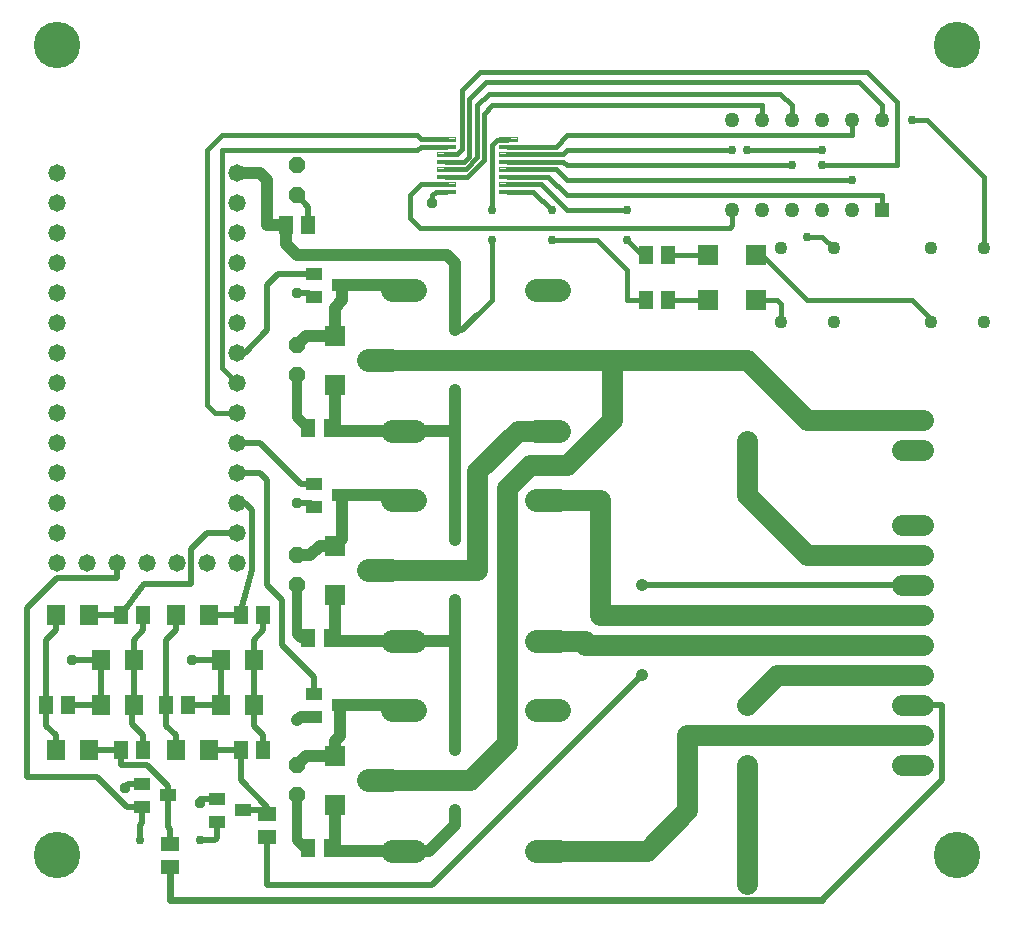
<source format=gbr>
G04 EAGLE Gerber RS-274X export*
G75*
%MOMM*%
%FSLAX34Y34*%
%LPD*%
%INTop Copper*%
%IPPOS*%
%AMOC8*
5,1,8,0,0,1.08239X$1,22.5*%
G01*
%ADD10C,1.800000*%
%ADD11C,1.981200*%
%ADD12C,1.473200*%
%ADD13R,1.500000X1.300000*%
%ADD14R,1.400000X1.000000*%
%ADD15P,1.429621X8X112.500000*%
%ADD16R,1.300000X1.500000*%
%ADD17R,1.600000X1.800000*%
%ADD18R,1.700000X1.800000*%
%ADD19C,1.650000*%
%ADD20C,0.102500*%
%ADD21R,1.800000X1.700000*%
%ADD22R,1.270000X1.270000*%
%ADD23C,1.270000*%
%ADD24C,1.108000*%
%ADD25C,1.778000*%
%ADD26C,0.756400*%
%ADD27C,1.016000*%
%ADD28C,0.956400*%
%ADD29C,0.508000*%
%ADD30C,3.937000*%
%ADD31C,0.406400*%
%ADD32C,0.609600*%
%ADD33C,1.056400*%
%ADD34C,0.812800*%


D10*
X796400Y139700D02*
X778400Y139700D01*
X778400Y165100D02*
X796400Y165100D01*
X796400Y190500D02*
X778400Y190500D01*
X778400Y215900D02*
X796400Y215900D01*
X796400Y241300D02*
X778400Y241300D01*
X778400Y266700D02*
X796400Y266700D01*
X796400Y292100D02*
X778400Y292100D01*
X778400Y317500D02*
X796400Y317500D01*
X796400Y342900D02*
X778400Y342900D01*
X778400Y431800D02*
X796400Y431800D01*
X796400Y406400D02*
X778400Y406400D01*
D11*
X346456Y482600D02*
X326644Y482600D01*
X346964Y422910D02*
X366776Y422910D01*
X366776Y542290D02*
X346964Y542290D01*
X468884Y542290D02*
X488696Y542290D01*
X488696Y422910D02*
X468884Y422910D01*
X346456Y304800D02*
X326644Y304800D01*
X346964Y245110D02*
X366776Y245110D01*
X366776Y364490D02*
X346964Y364490D01*
X468884Y364490D02*
X488696Y364490D01*
X488696Y245110D02*
X468884Y245110D01*
X346456Y127000D02*
X326644Y127000D01*
X346964Y67310D02*
X366776Y67310D01*
X366776Y186690D02*
X346964Y186690D01*
X468884Y186690D02*
X488696Y186690D01*
X488696Y67310D02*
X468884Y67310D01*
D12*
X63500Y590550D03*
X63500Y565150D03*
X63500Y539750D03*
X63500Y514350D03*
X63500Y488950D03*
X63500Y463550D03*
X63500Y438150D03*
X63500Y412750D03*
X63500Y387350D03*
X63500Y361950D03*
X63500Y336550D03*
X63500Y311150D03*
X215900Y311150D03*
X215900Y336550D03*
X215900Y361950D03*
X215900Y387350D03*
X215900Y412750D03*
X215900Y438150D03*
X215900Y463550D03*
X215900Y488950D03*
X215900Y514350D03*
X215900Y539750D03*
X215900Y565150D03*
X63500Y615950D03*
X215900Y590550D03*
X63500Y641350D03*
X215900Y641350D03*
X215900Y615950D03*
X190500Y311150D03*
X165100Y311150D03*
X139700Y311150D03*
X114300Y311150D03*
X88900Y311150D03*
D13*
X158750Y54000D03*
X158750Y73000D03*
X241300Y79400D03*
X241300Y98400D03*
D14*
X157050Y114300D03*
X135050Y104800D03*
X135050Y123800D03*
X220550Y101600D03*
X198550Y92100D03*
X198550Y111100D03*
D15*
X266700Y469900D03*
X266700Y495300D03*
X266700Y292100D03*
X266700Y317500D03*
X266700Y114300D03*
X266700Y139700D03*
D16*
X276250Y425450D03*
X295250Y425450D03*
X276250Y247650D03*
X295250Y247650D03*
X276250Y69850D03*
X295250Y69850D03*
X117500Y152400D03*
X136500Y152400D03*
X136500Y266700D03*
X117500Y266700D03*
X54000Y190500D03*
X73000Y190500D03*
D17*
X62200Y152400D03*
X90200Y152400D03*
X90200Y266700D03*
X62200Y266700D03*
D16*
X219100Y152400D03*
X238100Y152400D03*
X238100Y266700D03*
X219100Y266700D03*
X155600Y190500D03*
X174600Y190500D03*
D17*
X163800Y152400D03*
X191800Y152400D03*
X191800Y266700D03*
X163800Y266700D03*
D18*
X298450Y462100D03*
X298450Y503100D03*
X298450Y284300D03*
X298450Y325300D03*
X298450Y106500D03*
X298450Y147500D03*
D14*
X303100Y546100D03*
X281100Y536600D03*
X281100Y555600D03*
X303100Y368300D03*
X281100Y358800D03*
X281100Y377800D03*
X303100Y190500D03*
X281100Y181000D03*
X281100Y200000D03*
D19*
X647700Y39050D03*
X647700Y414050D03*
D15*
X266700Y622300D03*
X266700Y647700D03*
D16*
X276200Y596900D03*
X257200Y596900D03*
D20*
X385062Y668387D02*
X400438Y668387D01*
X385062Y668387D02*
X385062Y671463D01*
X400438Y671463D01*
X400438Y668387D01*
X400438Y669361D02*
X385062Y669361D01*
X385062Y670335D02*
X400438Y670335D01*
X400438Y671309D02*
X385062Y671309D01*
X385062Y662037D02*
X400438Y662037D01*
X385062Y662037D02*
X385062Y665113D01*
X400438Y665113D01*
X400438Y662037D01*
X400438Y663011D02*
X385062Y663011D01*
X385062Y663985D02*
X400438Y663985D01*
X400438Y664959D02*
X385062Y664959D01*
X385062Y655687D02*
X400438Y655687D01*
X385062Y655687D02*
X385062Y658763D01*
X400438Y658763D01*
X400438Y655687D01*
X400438Y656661D02*
X385062Y656661D01*
X385062Y657635D02*
X400438Y657635D01*
X400438Y658609D02*
X385062Y658609D01*
X385062Y649337D02*
X400438Y649337D01*
X385062Y649337D02*
X385062Y652413D01*
X400438Y652413D01*
X400438Y649337D01*
X400438Y650311D02*
X385062Y650311D01*
X385062Y651285D02*
X400438Y651285D01*
X400438Y652259D02*
X385062Y652259D01*
X385062Y642987D02*
X400438Y642987D01*
X385062Y642987D02*
X385062Y646063D01*
X400438Y646063D01*
X400438Y642987D01*
X400438Y643961D02*
X385062Y643961D01*
X385062Y644935D02*
X400438Y644935D01*
X400438Y645909D02*
X385062Y645909D01*
X385062Y636637D02*
X400438Y636637D01*
X385062Y636637D02*
X385062Y639713D01*
X400438Y639713D01*
X400438Y636637D01*
X400438Y637611D02*
X385062Y637611D01*
X385062Y638585D02*
X400438Y638585D01*
X400438Y639559D02*
X385062Y639559D01*
X385062Y630287D02*
X400438Y630287D01*
X385062Y630287D02*
X385062Y633363D01*
X400438Y633363D01*
X400438Y630287D01*
X400438Y631261D02*
X385062Y631261D01*
X385062Y632235D02*
X400438Y632235D01*
X400438Y633209D02*
X385062Y633209D01*
X385062Y623937D02*
X400438Y623937D01*
X385062Y623937D02*
X385062Y627013D01*
X400438Y627013D01*
X400438Y623937D01*
X400438Y624911D02*
X385062Y624911D01*
X385062Y625885D02*
X400438Y625885D01*
X400438Y626859D02*
X385062Y626859D01*
X437762Y623937D02*
X453138Y623937D01*
X437762Y623937D02*
X437762Y627013D01*
X453138Y627013D01*
X453138Y623937D01*
X453138Y624911D02*
X437762Y624911D01*
X437762Y625885D02*
X453138Y625885D01*
X453138Y626859D02*
X437762Y626859D01*
X437762Y630287D02*
X453138Y630287D01*
X437762Y630287D02*
X437762Y633363D01*
X453138Y633363D01*
X453138Y630287D01*
X453138Y631261D02*
X437762Y631261D01*
X437762Y632235D02*
X453138Y632235D01*
X453138Y633209D02*
X437762Y633209D01*
X437762Y636637D02*
X453138Y636637D01*
X437762Y636637D02*
X437762Y639713D01*
X453138Y639713D01*
X453138Y636637D01*
X453138Y637611D02*
X437762Y637611D01*
X437762Y638585D02*
X453138Y638585D01*
X453138Y639559D02*
X437762Y639559D01*
X437762Y642987D02*
X453138Y642987D01*
X437762Y642987D02*
X437762Y646063D01*
X453138Y646063D01*
X453138Y642987D01*
X453138Y643961D02*
X437762Y643961D01*
X437762Y644935D02*
X453138Y644935D01*
X453138Y645909D02*
X437762Y645909D01*
X437762Y649337D02*
X453138Y649337D01*
X437762Y649337D02*
X437762Y652413D01*
X453138Y652413D01*
X453138Y649337D01*
X453138Y650311D02*
X437762Y650311D01*
X437762Y651285D02*
X453138Y651285D01*
X453138Y652259D02*
X437762Y652259D01*
X437762Y655687D02*
X453138Y655687D01*
X437762Y655687D02*
X437762Y658763D01*
X453138Y658763D01*
X453138Y655687D01*
X453138Y656661D02*
X437762Y656661D01*
X437762Y657635D02*
X453138Y657635D01*
X453138Y658609D02*
X437762Y658609D01*
X437762Y662037D02*
X453138Y662037D01*
X437762Y662037D02*
X437762Y665113D01*
X453138Y665113D01*
X453138Y662037D01*
X453138Y663011D02*
X437762Y663011D01*
X437762Y663985D02*
X453138Y663985D01*
X453138Y664959D02*
X437762Y664959D01*
X437762Y668387D02*
X453138Y668387D01*
X437762Y668387D02*
X437762Y671463D01*
X453138Y671463D01*
X453138Y668387D01*
X453138Y669361D02*
X437762Y669361D01*
X437762Y670335D02*
X453138Y670335D01*
X453138Y671309D02*
X437762Y671309D01*
D16*
X562000Y533400D03*
X581000Y533400D03*
X562000Y571500D03*
X581000Y571500D03*
D21*
X655500Y571500D03*
X614500Y571500D03*
X655500Y533400D03*
X614500Y533400D03*
D22*
X762000Y609600D03*
D23*
X736600Y609600D03*
X711200Y609600D03*
X685800Y609600D03*
X660400Y609600D03*
X635000Y609600D03*
X635000Y685800D03*
X660400Y685800D03*
X685800Y685800D03*
X711200Y685800D03*
X736600Y685800D03*
X762000Y685800D03*
D17*
X128300Y190500D03*
X100300Y190500D03*
X128300Y228600D03*
X100300Y228600D03*
X229900Y190500D03*
X201900Y190500D03*
X229900Y228600D03*
X201900Y228600D03*
D24*
X848000Y577350D03*
X803000Y514850D03*
X848000Y514850D03*
X803000Y577350D03*
X721000Y577350D03*
X676000Y514850D03*
X721000Y514850D03*
X676000Y577350D03*
D25*
X444500Y374650D02*
X444500Y158750D01*
X412750Y127000D01*
X336550Y127000D01*
X444500Y374650D02*
X463550Y393700D01*
X495300Y393700D01*
X533400Y482600D02*
X336550Y482600D01*
X495300Y393700D02*
X533400Y431800D01*
X533400Y482600D01*
X698500Y431800D02*
X787400Y431800D01*
X698500Y431800D02*
X647700Y482600D01*
X533400Y482600D01*
X596900Y165100D02*
X787400Y165100D01*
X596900Y165100D02*
X596900Y101600D01*
X562610Y67310D01*
X478790Y67310D01*
X672846Y215900D02*
X787400Y215900D01*
X672846Y215900D02*
X647700Y190754D01*
X647700Y190500D01*
D26*
X647700Y190500D03*
X647700Y139700D03*
D25*
X647700Y39050D01*
X510540Y245110D02*
X478790Y245110D01*
X510540Y245110D02*
X510540Y241300D01*
X787400Y241300D01*
X523240Y364490D02*
X478790Y364490D01*
X523240Y364490D02*
X523240Y266700D01*
X787400Y266700D01*
X478790Y422910D02*
X453390Y422910D01*
X419100Y388620D01*
X419100Y304800D02*
X336550Y304800D01*
X419100Y304800D02*
X419100Y388620D01*
D27*
X356870Y542290D02*
X353060Y546100D01*
X303100Y546100D01*
X304800Y544400D01*
X298450Y527100D02*
X298450Y503100D01*
X298450Y527100D02*
X304800Y533450D01*
X304800Y544400D01*
X298450Y503100D02*
X274500Y503100D01*
X266700Y495300D01*
X285750Y325300D02*
X298450Y325300D01*
X353060Y368300D02*
X356870Y364490D01*
X353060Y368300D02*
X303100Y368300D01*
X304800Y366600D01*
X304800Y331650D02*
X298450Y325300D01*
X304800Y331650D02*
X304800Y366600D01*
X285750Y325300D02*
X277950Y317500D01*
X266700Y317500D01*
X274500Y147500D02*
X298450Y147500D01*
X274500Y147500D02*
X266700Y139700D01*
X353060Y190500D02*
X356870Y186690D01*
X353060Y190500D02*
X303100Y190500D01*
X298450Y160200D02*
X298450Y147500D01*
X298450Y160200D02*
X303100Y164850D01*
X303100Y190500D01*
D28*
X120650Y120650D03*
X184150Y107950D03*
D29*
X135050Y123800D02*
X123800Y123800D01*
X120650Y120650D01*
X184150Y111100D02*
X198550Y111100D01*
X184150Y111100D02*
X184150Y107950D01*
D28*
X266700Y177800D03*
X266700Y361950D03*
X266700Y539750D03*
D29*
X276350Y539750D02*
X281100Y536600D01*
X276350Y539750D02*
X266700Y539750D01*
X278463Y361950D02*
X281100Y358800D01*
X278463Y361950D02*
X266700Y361950D01*
D30*
X63500Y63500D03*
X825500Y63500D03*
X825500Y749300D03*
X63500Y749300D03*
D27*
X269900Y181000D02*
X281100Y181000D01*
X269900Y181000D02*
X266700Y177800D01*
D28*
X381000Y615950D03*
D31*
X384175Y625475D02*
X392750Y625475D01*
X384175Y625475D02*
X381000Y622300D01*
X381000Y615950D01*
D28*
X76200Y228600D03*
X177800Y228600D03*
D29*
X198463Y224811D02*
X201900Y228600D01*
X100300Y228600D02*
X76200Y228600D01*
X177800Y228600D02*
X201900Y228600D01*
X201900Y190500D01*
X100300Y190500D02*
X100300Y228600D01*
X100300Y190500D02*
X73000Y190500D01*
X174600Y190500D02*
X201900Y190500D01*
D32*
X158750Y25400D02*
X711200Y25400D01*
X158750Y25400D02*
X158750Y54000D01*
D29*
X812800Y127000D02*
X812800Y190500D01*
X787400Y190500D01*
X812800Y127000D02*
X711200Y25400D01*
X241300Y38100D02*
X241300Y79400D01*
X241300Y38100D02*
X381000Y38100D01*
X558800Y292100D02*
X787400Y292100D01*
D33*
X558800Y292100D03*
X558800Y215900D03*
D29*
X381000Y38100D01*
X241300Y104800D02*
X219100Y127000D01*
X219100Y152400D01*
X241300Y104800D02*
X241300Y98400D01*
X219100Y152400D02*
X191800Y152400D01*
X241300Y101600D02*
X241300Y98400D01*
X241300Y101600D02*
X220550Y101600D01*
X117500Y152400D02*
X90200Y152400D01*
X157050Y87400D02*
X158750Y85700D01*
X158750Y73000D01*
X157050Y87400D02*
X157050Y114300D01*
X157050Y122350D01*
X139700Y139700D02*
X117500Y139700D01*
X117500Y152400D01*
X139700Y139700D02*
X157050Y122350D01*
X198550Y77900D02*
X196850Y76200D01*
X184150Y76200D01*
X198550Y77900D02*
X198550Y92100D01*
D26*
X184150Y76200D03*
D29*
X135050Y104800D02*
X122350Y104800D01*
X96950Y130200D01*
X38100Y130200D01*
X38100Y273050D01*
X63500Y298450D01*
X114300Y298450D01*
X114300Y311150D01*
D26*
X133350Y76200D03*
D29*
X135050Y90600D02*
X135050Y104800D01*
X133350Y88900D02*
X133350Y76200D01*
X133350Y88900D02*
X135050Y90600D01*
D34*
X276250Y425450D02*
X266700Y435000D01*
X266700Y469900D01*
X266700Y250850D02*
X269900Y247650D01*
X276250Y247650D01*
X266700Y250850D02*
X266700Y292100D01*
X273050Y69850D02*
X276250Y69850D01*
X273050Y69850D02*
X266700Y76200D01*
X266700Y114300D01*
D29*
X215900Y336550D02*
X190500Y336550D01*
X176530Y322580D01*
X176530Y292950D01*
X137400Y292950D02*
X117500Y266700D01*
X137400Y292950D02*
X176530Y292950D01*
X117500Y266700D02*
X90200Y266700D01*
X128300Y228600D02*
X128300Y190500D01*
X127000Y189200D01*
X127000Y174600D01*
X136500Y165100D02*
X136500Y152400D01*
X136500Y165100D02*
X127000Y174600D01*
X136500Y254000D02*
X136500Y266700D01*
X136500Y254000D02*
X128300Y245800D01*
X128300Y228600D01*
X62200Y254000D02*
X62200Y266700D01*
X62200Y254000D02*
X54000Y245800D01*
X54000Y190500D01*
X62200Y165100D02*
X62200Y152400D01*
X62200Y165100D02*
X54000Y173300D01*
X54000Y190500D01*
X229900Y190500D02*
X229900Y228600D01*
X238100Y254000D02*
X238100Y266700D01*
X238100Y254000D02*
X229900Y245800D01*
X229900Y228600D01*
X238100Y165100D02*
X238100Y152400D01*
X238100Y165100D02*
X229900Y173300D01*
X229900Y190500D01*
X163800Y165100D02*
X163800Y152400D01*
X163800Y165100D02*
X155600Y173300D01*
X155600Y190500D01*
X163800Y254000D02*
X163800Y266700D01*
X163800Y254000D02*
X155600Y245800D01*
X155600Y190500D01*
X191800Y266700D02*
X219100Y266700D01*
X228600Y355600D02*
X222250Y361950D01*
X228600Y355600D02*
X228600Y304800D01*
X219100Y271513D02*
X219100Y266700D01*
X219100Y271513D02*
X228600Y304800D01*
X222250Y361950D02*
X215900Y361950D01*
D25*
X698500Y317500D02*
X787400Y317500D01*
X698500Y317500D02*
X647700Y368300D01*
X647700Y414050D01*
D29*
X276200Y596900D02*
X276200Y612800D01*
X266700Y622300D01*
D27*
X234950Y641350D02*
X215900Y641350D01*
X234950Y641350D02*
X241300Y635000D01*
X241300Y596900D01*
X257200Y596900D01*
X297790Y422910D02*
X356870Y422910D01*
X297790Y422910D02*
X295250Y425450D01*
X298450Y423570D02*
X298450Y462100D01*
X298450Y423570D02*
X297790Y422910D01*
X297790Y245110D02*
X356870Y245110D01*
X297790Y245110D02*
X295250Y247650D01*
X298450Y245770D02*
X298450Y284300D01*
X298450Y245770D02*
X297790Y245110D01*
D33*
X400050Y508000D03*
X400050Y457200D03*
X400050Y279400D03*
X400050Y330200D03*
D27*
X400050Y457200D01*
X400050Y247650D02*
X397510Y245110D01*
X400050Y247650D02*
X400050Y279400D01*
D26*
X400050Y152400D03*
D27*
X400050Y247650D01*
D26*
X400050Y101600D03*
D27*
X400050Y88900D01*
X378460Y67310D01*
X356870Y67310D01*
X297790Y67310D01*
X295250Y69850D01*
X298450Y67970D02*
X298450Y106500D01*
X298450Y67970D02*
X297790Y67310D01*
X400050Y565150D02*
X393700Y571500D01*
X400050Y565150D02*
X400050Y508000D01*
X397510Y245110D02*
X356870Y245110D01*
X257200Y581000D02*
X257200Y596900D01*
X257200Y581000D02*
X266700Y571500D01*
X393700Y571500D01*
X400050Y457200D02*
X400050Y422910D01*
X356870Y422910D01*
D31*
X444706Y669181D02*
X445450Y669925D01*
X444706Y669181D02*
X436077Y669181D01*
X431800Y664904D01*
X431800Y609600D01*
D26*
X431800Y609600D03*
X431800Y584200D03*
D31*
X431800Y533400D02*
X419100Y520700D01*
X431800Y533400D02*
X431800Y584200D01*
D29*
X406400Y508000D02*
X400050Y508000D01*
X406400Y508000D02*
X419100Y520700D01*
X234950Y387350D02*
X215900Y387350D01*
X234950Y387350D02*
X241300Y381000D01*
X241300Y292100D02*
X254000Y279400D01*
X241300Y292100D02*
X241300Y381000D01*
X254000Y279400D02*
X254000Y241300D01*
X281100Y214200D02*
X281100Y200000D01*
X281100Y214200D02*
X254000Y241300D01*
X269900Y377800D02*
X281100Y377800D01*
X269900Y377800D02*
X234950Y412750D01*
X215900Y412750D01*
D31*
X426212Y718312D02*
X742188Y718312D01*
X762000Y698500D01*
X407765Y650911D02*
X392786Y650911D01*
X407765Y650911D02*
X411988Y655134D01*
X411988Y704088D01*
X426212Y718312D01*
X392786Y650911D02*
X392750Y650875D01*
X762000Y685800D02*
X762000Y698500D01*
D26*
X787400Y685800D03*
D31*
X800100Y685800D01*
X848000Y637900D02*
X848000Y577350D01*
X848000Y637900D02*
X800100Y685800D01*
X431800Y698500D02*
X424688Y691388D01*
X424688Y652029D02*
X410834Y638175D01*
X424688Y652029D02*
X424688Y691388D01*
X410834Y638175D02*
X392750Y638175D01*
X660400Y685800D02*
X660400Y698500D01*
X431800Y698500D01*
X362377Y622781D02*
X362377Y602823D01*
X370288Y594912D01*
X362377Y622781D02*
X371421Y631825D01*
X392750Y631825D01*
X370288Y594912D02*
X633012Y594912D01*
X635000Y596900D01*
X635000Y609600D01*
D26*
X711200Y660400D03*
D31*
X647700Y660400D01*
D26*
X647700Y660400D03*
D31*
X495300Y622300D02*
X479425Y638175D01*
X495300Y622300D02*
X762000Y622300D01*
X479425Y638175D02*
X445450Y638175D01*
X762000Y622300D02*
X762000Y609600D01*
X495300Y635000D02*
X485775Y644525D01*
D26*
X736600Y635000D03*
D31*
X495300Y635000D01*
X485775Y644525D02*
X445450Y644525D01*
D26*
X685800Y647700D03*
D31*
X495300Y647700D01*
X492125Y650875D02*
X445450Y650875D01*
X492125Y650875D02*
X495300Y647700D01*
X492125Y657225D02*
X495300Y660400D01*
X635000Y660400D01*
D26*
X635000Y660400D03*
D31*
X492125Y657225D02*
X445450Y657225D01*
X485775Y663575D02*
X495300Y673100D01*
X736600Y673100D01*
X485775Y663575D02*
X445450Y663575D01*
X736600Y673100D02*
X736600Y685800D01*
X685800Y698500D02*
X675894Y708406D01*
X429006Y708406D01*
X419100Y698500D02*
X419100Y654344D01*
X419100Y698500D02*
X429006Y708406D01*
X419100Y654344D02*
X409281Y644525D01*
X392750Y644525D01*
X685800Y685800D02*
X685800Y698500D01*
D26*
X698500Y587150D03*
D31*
X711200Y587150D01*
X721000Y577350D01*
X424845Y726694D02*
X421693Y726493D01*
X424845Y726694D02*
X749300Y726694D01*
D26*
X711200Y647700D03*
D31*
X774700Y647700D01*
X774700Y701294D02*
X749300Y726694D01*
X774700Y701294D02*
X774700Y647700D01*
X406400Y661350D02*
X402275Y657225D01*
X406400Y661350D02*
X406400Y711200D01*
X421693Y726493D01*
X402275Y657225D02*
X392750Y657225D01*
D29*
X281100Y555600D02*
X250800Y555600D01*
X241300Y546100D01*
X241300Y508000D01*
X222250Y488950D01*
X215900Y488950D01*
D31*
X368300Y660400D02*
X371475Y663575D01*
X203200Y476250D02*
X215900Y463550D01*
X203200Y476250D02*
X203200Y660400D01*
X368300Y660400D01*
X371475Y663575D02*
X392750Y663575D01*
X371475Y669925D02*
X368300Y673100D01*
X215900Y438150D02*
X196850Y438150D01*
X190500Y444500D01*
X190500Y660400D01*
X203200Y673100D01*
X368300Y673100D01*
X371475Y669925D02*
X392750Y669925D01*
X445450Y625475D02*
X466725Y625475D01*
X482600Y609600D01*
D26*
X482600Y609600D03*
X482600Y584200D03*
D31*
X520700Y584200D01*
X546100Y558800D01*
X546100Y533400D01*
X562000Y533400D01*
X473075Y631825D02*
X445450Y631825D01*
X495300Y609600D02*
X546100Y609600D01*
X495300Y609600D02*
X473075Y631825D01*
D26*
X546100Y609600D03*
X546100Y584200D03*
D31*
X558800Y571500D02*
X562000Y571500D01*
X558800Y571500D02*
X546100Y584200D01*
X581000Y533400D02*
X614500Y533400D01*
X614500Y571500D02*
X581000Y571500D01*
D29*
X655500Y533400D02*
X660400Y533400D01*
D31*
X673100Y533400D02*
X676000Y530500D01*
X673100Y533400D02*
X660400Y533400D01*
X676000Y530500D02*
X676000Y514850D01*
X660400Y571500D02*
X655500Y571500D01*
X698500Y533400D02*
X787400Y533400D01*
X698500Y533400D02*
X660400Y571500D01*
D29*
X803000Y517800D02*
X803000Y514850D01*
D31*
X803000Y517800D02*
X787400Y533400D01*
M02*

</source>
